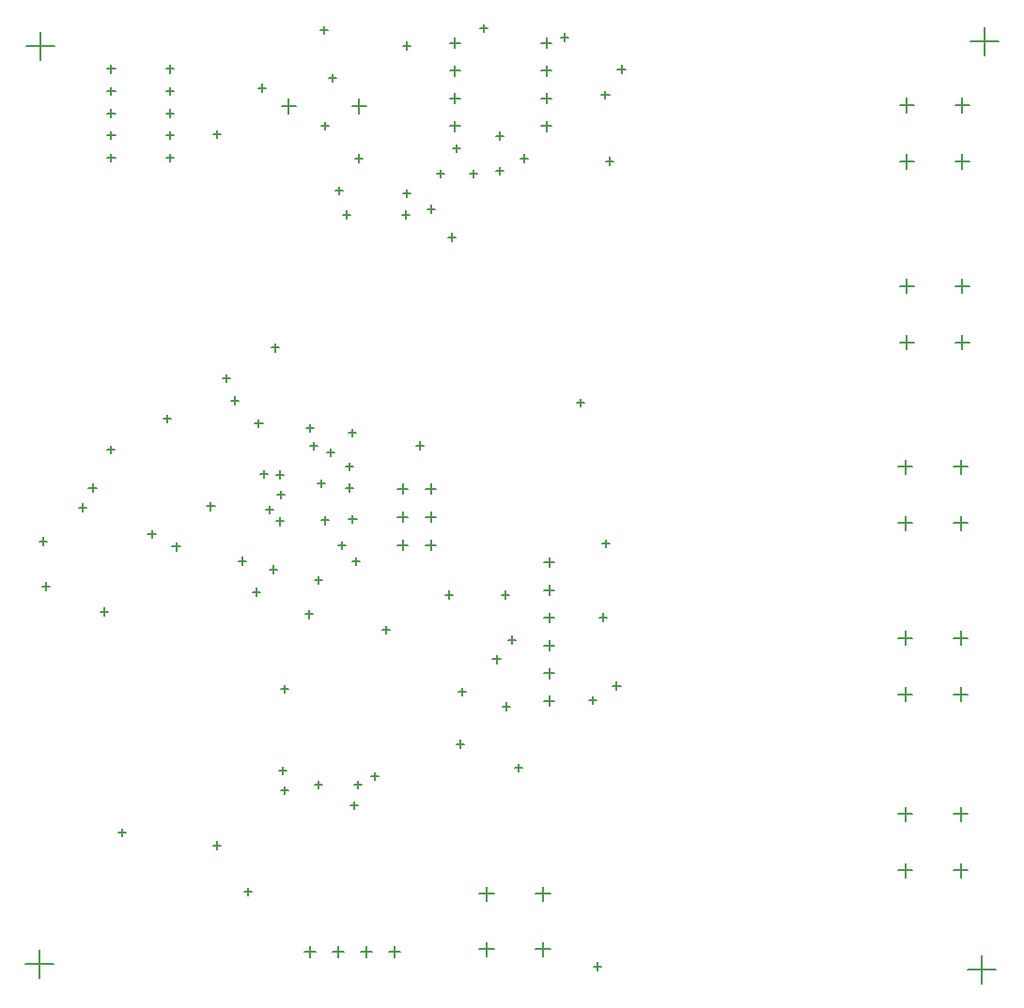
<source format=gbr>
G04*
G04 #@! TF.GenerationSoftware,Altium Limited,Altium Designer,24.6.1 (21)*
G04*
G04 Layer_Color=128*
%FSLAX25Y25*%
%MOIN*%
G70*
G04*
G04 #@! TF.SameCoordinates,02B8DA6F-49FF-4BAE-8194-33363A00AC8D*
G04*
G04*
G04 #@! TF.FilePolarity,Positive*
G04*
G01*
G75*
%ADD14C,0.00500*%
D14*
X678934Y208129D02*
X684053D01*
X681493Y205570D02*
Y210688D01*
X678934Y228129D02*
X684053D01*
X681493Y225570D02*
Y230689D01*
X659249Y228129D02*
X664367D01*
X661808Y225570D02*
Y230689D01*
X659249Y208129D02*
X664367D01*
X661808Y205570D02*
Y210688D01*
X659249Y268905D02*
X664367D01*
X661808Y266346D02*
Y271464D01*
X659249Y288905D02*
X664367D01*
X661808Y286346D02*
Y291464D01*
X678934Y288905D02*
X684053D01*
X681493Y286346D02*
Y291464D01*
X678934Y268905D02*
X684053D01*
X681493Y266346D02*
Y271464D01*
X679471Y333129D02*
X684589D01*
X682030Y330570D02*
Y335688D01*
X679471Y353129D02*
X684589D01*
X682030Y350570D02*
Y355689D01*
X659786Y353129D02*
X664904D01*
X662345Y350570D02*
Y355689D01*
X659786Y333129D02*
X664904D01*
X662345Y330570D02*
Y335688D01*
X679471Y397405D02*
X684589D01*
X682030Y394846D02*
Y399964D01*
X679471Y417405D02*
X684589D01*
X682030Y414846D02*
Y419964D01*
X659786Y417405D02*
X664904D01*
X662345Y414846D02*
Y419964D01*
X659786Y397405D02*
X664904D01*
X662345Y394846D02*
Y399964D01*
X465441Y417000D02*
X470559D01*
X468000Y414441D02*
Y419559D01*
X440441Y417000D02*
X445559D01*
X443000Y414441D02*
Y419559D01*
X532728Y439500D02*
X536272D01*
X534500Y437728D02*
Y441272D01*
X532728Y429658D02*
X536272D01*
X534500Y427886D02*
Y431429D01*
X532728Y419815D02*
X536272D01*
X534500Y418043D02*
Y421587D01*
X532728Y409972D02*
X536272D01*
X534500Y408201D02*
Y411744D01*
X500228Y439500D02*
X503772D01*
X502000Y437728D02*
Y441272D01*
X500228Y429658D02*
X503772D01*
X502000Y427886D02*
Y431429D01*
X500228Y419815D02*
X503772D01*
X502000Y418043D02*
Y421587D01*
X500228Y409972D02*
X503772D01*
X502000Y408201D02*
Y411744D01*
X533728Y205815D02*
X537272D01*
X535500Y204043D02*
Y207587D01*
X533728Y215657D02*
X537272D01*
X535500Y213886D02*
Y217429D01*
X533728Y225500D02*
X537272D01*
X535500Y223728D02*
Y227272D01*
X533728Y235343D02*
X537272D01*
X535500Y233571D02*
Y237114D01*
X533728Y245185D02*
X537272D01*
X535500Y243413D02*
Y246957D01*
X533728Y255028D02*
X537272D01*
X535500Y253256D02*
Y256799D01*
X349500Y112500D02*
X359500D01*
X354500Y107500D02*
Y117500D01*
X684000Y110500D02*
X694000D01*
X689000Y105500D02*
Y115500D01*
X685000Y440000D02*
X695000D01*
X690000Y435000D02*
Y445000D01*
X350000Y438500D02*
X360000D01*
X355000Y433500D02*
Y443500D01*
X399536Y398752D02*
X402331D01*
X400933Y397354D02*
Y400150D01*
X399536Y406626D02*
X402331D01*
X400933Y405228D02*
Y408024D01*
X399536Y414500D02*
X402331D01*
X400933Y413102D02*
Y415898D01*
X399536Y422374D02*
X402331D01*
X400933Y420976D02*
Y423772D01*
X399536Y430248D02*
X402331D01*
X400933Y428850D02*
Y431646D01*
X378669Y398752D02*
X381465D01*
X380067Y397354D02*
Y400150D01*
X378669Y406626D02*
X381465D01*
X380067Y405228D02*
Y408024D01*
X378669Y414500D02*
X381465D01*
X380067Y413102D02*
Y415898D01*
X378669Y422374D02*
X381465D01*
X380067Y420976D02*
Y423772D01*
X378669Y430248D02*
X381465D01*
X380067Y428850D02*
Y431646D01*
X491472Y281201D02*
X495409D01*
X493441Y279233D02*
Y283170D01*
X491472Y271201D02*
X495409D01*
X493441Y269233D02*
Y273170D01*
X491472Y261201D02*
X495409D01*
X493441Y259233D02*
Y263170D01*
X481472Y281201D02*
X485409D01*
X483441Y279233D02*
Y283170D01*
X481472Y271201D02*
X485409D01*
X483441Y269233D02*
Y273170D01*
X481472Y261201D02*
X485409D01*
X483441Y259233D02*
Y263170D01*
X510717Y117642D02*
X515835D01*
X513276Y115083D02*
Y120201D01*
X530717Y117642D02*
X535835D01*
X533276Y115083D02*
Y120201D01*
X530717Y137327D02*
X535835D01*
X533276Y134768D02*
Y139886D01*
X510717Y137327D02*
X515835D01*
X513276Y134768D02*
Y139886D01*
X448531Y116681D02*
X452468D01*
X450500Y114713D02*
Y118650D01*
X458532Y116681D02*
X462468D01*
X460500Y114713D02*
Y118650D01*
X478532Y116681D02*
X482469D01*
X480500Y114713D02*
Y118650D01*
X468532Y116681D02*
X472469D01*
X470500Y114713D02*
Y118650D01*
X678934Y145629D02*
X684053D01*
X681493Y143070D02*
Y148188D01*
X678934Y165629D02*
X684053D01*
X681493Y163070D02*
Y168188D01*
X659249Y165629D02*
X664367D01*
X661808Y163070D02*
Y168188D01*
X659249Y145629D02*
X664367D01*
X661808Y143070D02*
Y148188D01*
X483600Y386000D02*
X486400D01*
X485000Y384600D02*
Y387400D01*
X492141Y380500D02*
X494941D01*
X493541Y379100D02*
Y381900D01*
X483600Y438500D02*
X486400D01*
X485000Y437100D02*
Y439900D01*
X498600Y243500D02*
X501400D01*
X500000Y242100D02*
Y244900D01*
X518474Y243500D02*
X521274D01*
X519874Y242100D02*
Y244900D01*
X454100Y444000D02*
X456900D01*
X455500Y442600D02*
Y445400D01*
X457100Y427000D02*
X459900D01*
X458500Y425600D02*
Y428400D01*
X436875Y331225D02*
X439675D01*
X438275Y329825D02*
Y332625D01*
X466600Y398500D02*
X469400D01*
X468000Y397100D02*
Y399900D01*
X454600Y410000D02*
X457400D01*
X456000Y408600D02*
Y411400D01*
X555600Y397500D02*
X558400D01*
X557000Y396100D02*
Y398900D01*
X539600Y441500D02*
X542400D01*
X541000Y440100D02*
Y442900D01*
X459600Y387000D02*
X462400D01*
X461000Y385600D02*
Y388400D01*
X476100Y231000D02*
X478900D01*
X477500Y229600D02*
Y232400D01*
X553100Y235500D02*
X555900D01*
X554500Y234100D02*
Y236900D01*
X503100Y209000D02*
X505900D01*
X504500Y207600D02*
Y210400D01*
X502600Y190500D02*
X505400D01*
X504000Y189100D02*
Y191900D01*
X523100Y182000D02*
X525900D01*
X524500Y180600D02*
Y183400D01*
X354600Y262500D02*
X357400D01*
X356000Y261100D02*
Y263900D01*
X432100Y423500D02*
X434900D01*
X433500Y422100D02*
Y424900D01*
X422600Y312500D02*
X425400D01*
X424000Y311100D02*
Y313900D01*
X413975Y274925D02*
X416775D01*
X415375Y273525D02*
Y276325D01*
X378600Y295000D02*
X381400D01*
X380000Y293600D02*
Y296400D01*
X398600Y306000D02*
X401400D01*
X400000Y304600D02*
Y307400D01*
X551100Y111500D02*
X553900D01*
X552500Y110100D02*
Y112900D01*
X425100Y255500D02*
X427900D01*
X426500Y254100D02*
Y256900D01*
X355600Y246500D02*
X358400D01*
X357000Y245100D02*
Y247900D01*
X419600Y320357D02*
X422400D01*
X421000Y318957D02*
Y321757D01*
X430125Y244525D02*
X432925D01*
X431525Y243125D02*
Y245925D01*
X436100Y252500D02*
X438900D01*
X437500Y251100D02*
Y253900D01*
X438500Y286181D02*
X441300D01*
X439900Y284781D02*
Y287581D01*
X438800Y279000D02*
X441600D01*
X440200Y277600D02*
Y280400D01*
X463100Y281500D02*
X465900D01*
X464500Y280100D02*
Y282900D01*
X463100Y289000D02*
X465900D01*
X464500Y287600D02*
Y290400D01*
X453100Y283000D02*
X455900D01*
X454500Y281600D02*
Y284400D01*
X464100Y301000D02*
X466900D01*
X465500Y299600D02*
Y302400D01*
X456600Y294050D02*
X459400D01*
X458000Y292650D02*
Y295450D01*
X449100Y302758D02*
X451900D01*
X450500Y301358D02*
Y304157D01*
X483100Y378500D02*
X485900D01*
X484500Y377100D02*
Y379900D01*
X499600Y370500D02*
X502400D01*
X501000Y369100D02*
Y371900D01*
X495600Y393000D02*
X498400D01*
X497000Y391600D02*
Y394400D01*
X507100Y393000D02*
X509900D01*
X508500Y391600D02*
Y394400D01*
X516600Y394000D02*
X519400D01*
X518000Y392600D02*
Y395400D01*
X525100Y398500D02*
X527900D01*
X526500Y397100D02*
Y399900D01*
X501100Y402000D02*
X503900D01*
X502500Y400600D02*
Y403400D01*
X516600Y406500D02*
X519400D01*
X518000Y405100D02*
Y407900D01*
X434901Y273714D02*
X437701D01*
X436301Y272314D02*
Y275114D01*
X438500Y269555D02*
X441300D01*
X439900Y268155D02*
Y270955D01*
X452258Y248642D02*
X455058D01*
X453658Y247242D02*
Y250042D01*
X448965Y236564D02*
X451764D01*
X450364Y235164D02*
Y237965D01*
X464300Y270400D02*
X467100D01*
X465700Y269000D02*
Y271800D01*
X465500Y255300D02*
X468300D01*
X466900Y253900D02*
Y256700D01*
X454500Y269900D02*
X457300D01*
X455900Y268500D02*
Y271300D01*
X488100Y296500D02*
X490900D01*
X489500Y295100D02*
Y297900D01*
X472100Y179000D02*
X474900D01*
X473500Y177600D02*
Y180400D01*
X462100Y378500D02*
X464900D01*
X463500Y377100D02*
Y379900D01*
X372037Y281500D02*
X374837D01*
X373437Y280100D02*
Y282900D01*
X440100Y210000D02*
X442900D01*
X441500Y208600D02*
Y211400D01*
X376100Y237500D02*
X378900D01*
X377500Y236100D02*
Y238900D01*
X450604Y296486D02*
X453404D01*
X452004Y295086D02*
Y297886D01*
X439600Y181000D02*
X442400D01*
X441000Y179600D02*
Y182400D01*
X440100Y174000D02*
X442900D01*
X441500Y172600D02*
Y175400D01*
X452100Y176000D02*
X454900D01*
X453500Y174600D02*
Y177400D01*
X416100Y407100D02*
X418900D01*
X417500Y405700D02*
Y408500D01*
X553982Y421100D02*
X556782D01*
X555382Y419700D02*
Y422500D01*
X545124Y311800D02*
X547924D01*
X546524Y310400D02*
Y313200D01*
X510800Y444700D02*
X513600D01*
X512200Y443300D02*
Y446100D01*
X518900Y203878D02*
X521700D01*
X520300Y202478D02*
Y205278D01*
X515400Y220600D02*
X518200D01*
X516800Y219200D02*
Y222000D01*
X549500Y206100D02*
X552300D01*
X550900Y204700D02*
Y207500D01*
X520800Y227500D02*
X523600D01*
X522200Y226100D02*
Y228900D01*
X460600Y261000D02*
X463400D01*
X462000Y259600D02*
Y262400D01*
X393035Y265032D02*
X395835D01*
X394435Y263632D02*
Y266432D01*
X401700Y260600D02*
X404500D01*
X403100Y259200D02*
Y262000D01*
X432900Y286400D02*
X435700D01*
X434300Y285000D02*
Y287800D01*
X427100Y138000D02*
X429900D01*
X428500Y136600D02*
Y139400D01*
X368600Y274500D02*
X371400D01*
X370000Y273100D02*
Y275900D01*
X382600Y159000D02*
X385400D01*
X384000Y157600D02*
Y160400D01*
X466100Y176000D02*
X468900D01*
X467500Y174600D02*
Y177400D01*
X416100Y154500D02*
X418900D01*
X417500Y153100D02*
Y155900D01*
X431000Y304400D02*
X433800D01*
X432400Y303000D02*
Y305800D01*
X464825Y168725D02*
X467625D01*
X466225Y167325D02*
Y170125D01*
X554182Y261718D02*
X556982D01*
X555582Y260318D02*
Y263118D01*
X558000Y211200D02*
X560800D01*
X559400Y209800D02*
Y212600D01*
X559700Y430200D02*
X562500D01*
X561100Y428800D02*
Y431600D01*
M02*

</source>
